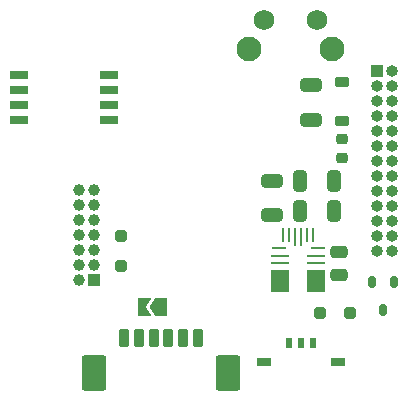
<source format=gbr>
%TF.GenerationSoftware,KiCad,Pcbnew,7.0.11*%
%TF.CreationDate,2024-11-13T01:21:52+09:00*%
%TF.ProjectId,Control,436f6e74-726f-46c2-9e6b-696361645f70,rev?*%
%TF.SameCoordinates,Original*%
%TF.FileFunction,Soldermask,Top*%
%TF.FilePolarity,Negative*%
%FSLAX46Y46*%
G04 Gerber Fmt 4.6, Leading zero omitted, Abs format (unit mm)*
G04 Created by KiCad (PCBNEW 7.0.11) date 2024-11-13 01:21:52*
%MOMM*%
%LPD*%
G01*
G04 APERTURE LIST*
G04 Aperture macros list*
%AMRoundRect*
0 Rectangle with rounded corners*
0 $1 Rounding radius*
0 $2 $3 $4 $5 $6 $7 $8 $9 X,Y pos of 4 corners*
0 Add a 4 corners polygon primitive as box body*
4,1,4,$2,$3,$4,$5,$6,$7,$8,$9,$2,$3,0*
0 Add four circle primitives for the rounded corners*
1,1,$1+$1,$2,$3*
1,1,$1+$1,$4,$5*
1,1,$1+$1,$6,$7*
1,1,$1+$1,$8,$9*
0 Add four rect primitives between the rounded corners*
20,1,$1+$1,$2,$3,$4,$5,0*
20,1,$1+$1,$4,$5,$6,$7,0*
20,1,$1+$1,$6,$7,$8,$9,0*
20,1,$1+$1,$8,$9,$2,$3,0*%
%AMFreePoly0*
4,1,6,1.000000,0.000000,0.500000,-0.750000,-0.500000,-0.750000,-0.500000,0.750000,0.500000,0.750000,1.000000,0.000000,1.000000,0.000000,$1*%
%AMFreePoly1*
4,1,6,0.500000,-0.750000,-0.650000,-0.750000,-0.150000,0.000000,-0.650000,0.750000,0.500000,0.750000,0.500000,-0.750000,0.500000,-0.750000,$1*%
G04 Aperture macros list end*
%ADD10RoundRect,0.250000X-0.650000X0.325000X-0.650000X-0.325000X0.650000X-0.325000X0.650000X0.325000X0*%
%ADD11RoundRect,0.175000X-0.175000X0.325000X-0.175000X-0.325000X0.175000X-0.325000X0.175000X0.325000X0*%
%ADD12R,1.286000X0.250000*%
%ADD13R,1.586000X0.250000*%
%ADD14R,1.586000X1.950000*%
%ADD15R,1.186000X0.250000*%
%ADD16R,0.250000X1.202000*%
%ADD17R,0.250000X1.602000*%
%ADD18R,1.000000X1.000000*%
%ADD19C,1.000000*%
%ADD20RoundRect,0.250000X-0.325000X-0.650000X0.325000X-0.650000X0.325000X0.650000X-0.325000X0.650000X0*%
%ADD21FreePoly0,180.000000*%
%ADD22FreePoly1,180.000000*%
%ADD23C,1.750000*%
%ADD24C,2.100000*%
%ADD25O,1.000000X1.000000*%
%ADD26RoundRect,0.250000X0.475000X-0.250000X0.475000X0.250000X-0.475000X0.250000X-0.475000X-0.250000X0*%
%ADD27RoundRect,0.218750X-0.256250X0.218750X-0.256250X-0.218750X0.256250X-0.218750X0.256250X0.218750X0*%
%ADD28RoundRect,0.200000X-0.200000X-0.600000X0.200000X-0.600000X0.200000X0.600000X-0.200000X0.600000X0*%
%ADD29RoundRect,0.250001X-0.799999X-1.249999X0.799999X-1.249999X0.799999X1.249999X-0.799999X1.249999X0*%
%ADD30R,0.600000X0.970000*%
%ADD31R,1.150000X0.700000*%
%ADD32RoundRect,0.225000X0.375000X-0.225000X0.375000X0.225000X-0.375000X0.225000X-0.375000X-0.225000X0*%
%ADD33R,1.600000X0.760000*%
%ADD34RoundRect,0.250000X0.250000X0.250000X-0.250000X0.250000X-0.250000X-0.250000X0.250000X-0.250000X0*%
%ADD35RoundRect,0.250000X0.250000X-0.250000X0.250000X0.250000X-0.250000X0.250000X-0.250000X-0.250000X0*%
G04 APERTURE END LIST*
D10*
%TO.C,C27*%
X22500000Y-16425000D03*
X22500000Y-19375000D03*
%TD*%
D11*
%TO.C,Q2*%
X32850001Y-25000000D03*
X30950001Y-25000000D03*
X31900001Y-27400000D03*
%TD*%
D12*
%TO.C,IC1*%
X23057000Y-22150001D03*
D13*
X23207000Y-22800001D03*
X23207000Y-23450001D03*
D14*
X23207000Y-24950001D03*
X26193000Y-24950001D03*
D13*
X26193000Y-23450001D03*
X26193000Y-22800001D03*
D15*
X26393000Y-22150001D03*
D16*
X25950000Y-20999001D03*
X25450000Y-20999001D03*
D17*
X24950000Y-21199001D03*
X24450000Y-21199001D03*
D16*
X23950000Y-20999001D03*
X23450000Y-20999001D03*
%TD*%
D18*
%TO.C,J1*%
X7400000Y-24810000D03*
D19*
X6130000Y-24810000D03*
X7400000Y-23540000D03*
X6130000Y-23540000D03*
X7400000Y-22270000D03*
X6130000Y-22270000D03*
X7400000Y-21000000D03*
X6130000Y-21000000D03*
X7400000Y-19730000D03*
X6130000Y-19730000D03*
X7400000Y-18460000D03*
X6130000Y-18460000D03*
X7400000Y-17190000D03*
X6130000Y-17190000D03*
%TD*%
D20*
%TO.C,C10*%
X24825000Y-19000000D03*
X27775000Y-19000000D03*
%TD*%
D21*
%TO.C,JP3*%
X13133252Y-27161442D03*
D22*
X11683252Y-27161442D03*
%TD*%
D23*
%TO.C,SW1*%
X21825000Y-2812500D03*
X26325000Y-2812500D03*
D24*
X20575000Y-5302500D03*
X27585000Y-5302500D03*
%TD*%
D18*
%TO.C,J2*%
X31375000Y-7175000D03*
D25*
X32645000Y-7175000D03*
X31375000Y-8445000D03*
X32645000Y-8445000D03*
X31375000Y-9715000D03*
X32645000Y-9715000D03*
X31375000Y-10985000D03*
X32645000Y-10985000D03*
X31375000Y-12255000D03*
X32645000Y-12255000D03*
X31375000Y-13525000D03*
X32645000Y-13525000D03*
X31375000Y-14795000D03*
X32645000Y-14795000D03*
X31375000Y-16065000D03*
X32645000Y-16065000D03*
X31375000Y-17335000D03*
X32645000Y-17335000D03*
X31375000Y-18605000D03*
X32645000Y-18605000D03*
X31375000Y-19875000D03*
X32645000Y-19875000D03*
X31375000Y-21145000D03*
X32645000Y-21145000D03*
X31375000Y-22415000D03*
X32645000Y-22415000D03*
%TD*%
D26*
%TO.C,C11*%
X28200000Y-24399000D03*
X28200000Y-22499000D03*
%TD*%
D20*
%TO.C,C26*%
X24825000Y-16500000D03*
X27775000Y-16500000D03*
%TD*%
D27*
%TO.C,L1*%
X28400000Y-12912500D03*
X28400000Y-14487500D03*
%TD*%
D28*
%TO.C,J4*%
X9975000Y-29800000D03*
X11225000Y-29800000D03*
X12475000Y-29800000D03*
X13725000Y-29800000D03*
X14975000Y-29800000D03*
X16225000Y-29800000D03*
D29*
X7425000Y-32700000D03*
X18775000Y-32700000D03*
%TD*%
D30*
%TO.C,SW3*%
X23975000Y-30185000D03*
X24975000Y-30185000D03*
X25975000Y-30185000D03*
D31*
X21850000Y-31770000D03*
X28100000Y-31770000D03*
%TD*%
D32*
%TO.C,D5*%
X28400000Y-11350000D03*
X28400000Y-8050000D03*
%TD*%
D33*
%TO.C,SW4*%
X1090000Y-7495000D03*
X1090000Y-8765000D03*
X1090000Y-10035000D03*
X1090000Y-11305000D03*
X8710000Y-11305000D03*
X8710000Y-10035000D03*
X8710000Y-8765000D03*
X8710000Y-7495000D03*
%TD*%
D10*
%TO.C,C14*%
X25818415Y-8339498D03*
X25818415Y-11289498D03*
%TD*%
D34*
%TO.C,D6*%
X29095174Y-27606272D03*
X26595174Y-27606272D03*
%TD*%
D35*
%TO.C,D1*%
X9695031Y-23646856D03*
X9695031Y-21146856D03*
%TD*%
M02*

</source>
